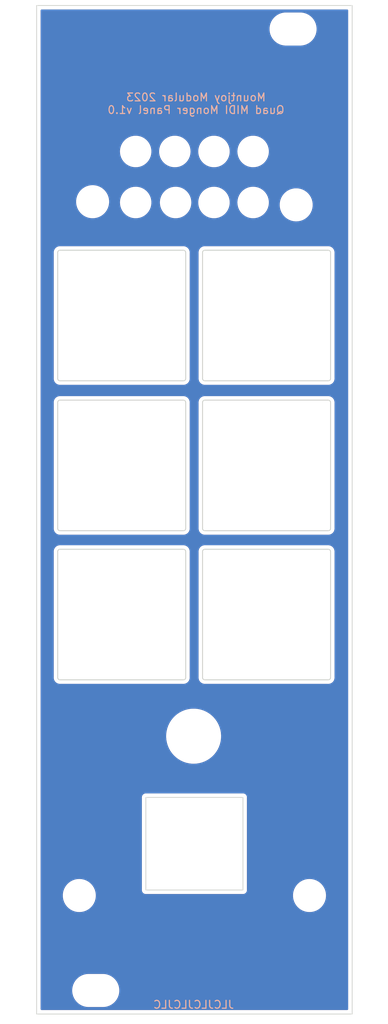
<source format=kicad_pcb>
(kicad_pcb (version 20211014) (generator pcbnew)
  (layers (0 "F.Cu" signal) (31 "B.Cu" signal) (34 "B.Paste" user) (35 "F.Paste" user) (36 "B.SilkS" user "B.Silkscreen") (37 "F.SilkS" user "F.Silkscreen") (38 "B.Mask" user) (39 "F.Mask" user) (44 "Edge.Cuts" user))
  (net 0 "")
  (footprint "Custom_Footprints:LED_Hole_3mm" (layer "F.Cu") (at 113.5 47.6)
    (fp_text reference "Ref**" hide)
    (fp_text value "Subminiature_Switch" hide)
    (pad "" np_thru_hole circle locked (at 0 0) (size 3 3) (drill 3) (layers *.Cu *.Mask))
  )
  (footprint "Custom_Footprints:LED_Hole_3mm" (layer "F.Cu") (at 118.5 47.6)
    (fp_text reference "Ref**" hide)
    (fp_text value "Subminiature_Switch" hide)
    (pad "" np_thru_hole circle locked (at 0 0) (size 3 3) (drill 3) (layers *.Cu *.Mask))
  )
  (footprint "Custom_Footprints:LED_Hole_3mm" (layer "F.Cu") (at 108.5 54.1)
    (fp_text reference "Ref**" hide)
    (fp_text value "Subminiature_Switch" hide)
    (pad "" np_thru_hole circle locked (at 0 0) (size 3 3) (drill 3) (layers *.Cu *.Mask))
  )
  (footprint "Custom_Footprints:LED_Hole_3mm" (layer "F.Cu") (at 118.5 54.1)
    (fp_text reference "Ref**" hide)
    (fp_text value "Subminiature_Switch" hide)
    (pad "" np_thru_hole circle locked (at 0 0) (size 3 3) (drill 3) (layers *.Cu *.Mask))
  )
  (footprint "Custom_Footprints:LED_Hole_3mm" (layer "F.Cu") (at 108.5 47.6)
    (fp_text reference "Ref**" hide)
    (fp_text value "Subminiature_Switch" hide)
    (pad "" np_thru_hole circle locked (at 0 0) (size 3 3) (drill 3) (layers *.Cu *.Mask))
  )
  (footprint "Custom_Footprints:LED_Hole_3mm" (layer "F.Cu") (at 123.5 47.6)
    (fp_text reference "Ref**" hide)
    (fp_text value "Subminiature_Switch" hide)
    (pad "" np_thru_hole circle locked (at 0 0) (size 3 3) (drill 3) (layers *.Cu *.Mask))
  )
  (footprint "Custom_Footprints:LED_Hole_3mm" (layer "F.Cu") (at 113.6 54.1)
    (fp_text reference "Ref**" hide)
    (fp_text value "Subminiature_Switch" hide)
    (pad "" np_thru_hole circle locked (at 0 0) (size 3 3) (drill 3) (layers *.Cu *.Mask))
  )
  (footprint "Custom_Footprints:LED_Hole_3mm" (layer "F.Cu") (at 123.5 54.1)
    (fp_text reference "Ref**" hide)
    (fp_text value "Subminiature_Switch" hide)
    (pad "" np_thru_hole circle locked (at 0 0) (size 3 3) (drill 3) (layers *.Cu *.Mask))
  )
  (footprint "Custom_Footprints:Oval_Mounting_Hole" (layer "F.Cu") (at 103.4 154.5)
    (fp_text reference "Ref**" hide)
    (fp_text value "Oval_Mounting_Hole" hide)
    (pad "" np_thru_hole oval locked (at 0 0) (size 5 3.2) (drill oval 5 3.2) (layers *.Cu *.Mask))
  )
  (footprint "Custom_Footprints:Oval_Mounting_Hole" (layer "F.Cu") (at 128.6 32)
    (fp_text reference "Ref**" hide)
    (fp_text value "Oval_Mounting_Hole" hide)
    (pad "" np_thru_hole oval locked (at 0 0) (size 5 3.2) (drill oval 5 3.2) (layers *.Cu *.Mask))
  )
  (footprint "MIDI_Monger_logos:MongerText" (layer "F.Cu") (at 115.502509 38.0641)
    (fp_text reference "G***" hide)
    (fp_text value "LOGO" hide)
  )
  (footprint "MIDI_Monger_logos:MIDIText" (layer "F.Cu") (at 106.9 34.3)
    (fp_text reference "G***" hide)
    (fp_text value "LOGO" hide)
  )
  (footprint "Custom_Footprints:RJ45_Molex_42878-8506_Mounting_Hole" (layer "F.Cu") (at 106.7 87.6)
    (fp_text reference "FM_In" hide)
    (fp_text value "RJ45_Molex_42878-8506_Mounting_Hole")
    (fp_line (start -8.16 -8.02) (end -8.16 8.02) (layer "Edge.Cuts") (width 0.12))
    (fp_line (start 7.88 8.32) (end -7.88 8.32) (layer "Edge.Cuts") (width 0.12))
    (fp_line (start 8.19 -8.02) (end 8.19 8.02) (layer "Edge.Cuts") (width 0.12))
    (fp_line (start 7.88 -8.32) (end -7.88 -8.32) (layer "Edge.Cuts") (width 0.12))
    (fp_arc (start -7.88 8.32) (mid -8.081749 8.227632) (end -8.16 8.02) (layer "Edge.Cuts") (width 0.12))
    (fp_arc (start 7.88 -8.32) (mid 8.096622 -8.233665) (end 8.19 -8.02) (layer "Edge.Cuts") (width 0.12))
    (fp_arc (start -8.16 -8.02) (mid -8.081443 -8.227347) (end -7.88 -8.32) (layer "Edge.Cuts") (width 0.12))
    (fp_arc (start 8.19 8.02) (mid 8.100917 8.238111) (end 7.88 8.32) (layer "Edge.Cuts") (width 0.12))
  )
  (footprint "Custom_Footprints:RJ45_Molex_42878-8506_Mounting_Hole" (layer "F.Cu") (at 125.2 87.6)
    (fp_text reference "FM_In" hide)
    (fp_text value "RJ45_Molex_42878-8506_Mounting_Hole")
    (fp_line (start 7.88 8.32) (end -7.88 8.32) (layer "Edge.Cuts") (width 0.12))
    (fp_line (start 7.88 -8.32) (end -7.88 -8.32) (layer "Edge.Cuts") (width 0.12))
    (fp_line (start 8.19 -8.02) (end 8.19 8.02) (layer "Edge.Cuts") (width 0.12))
    (fp_line (start -8.16 -8.02) (end -8.16 8.02) (layer "Edge.Cuts") (width 0.12))
    (fp_arc (start -8.16 -8.02) (mid -8.081443 -8.227347) (end -7.88 -8.32) (layer "Edge.Cuts") (width 0.12))
    (fp_arc (start 7.88 -8.32) (mid 8.096622 -8.233665) (end 8.19 -8.02) (layer "Edge.Cuts") (width 0.12))
    (fp_arc (start 8.19 8.02) (mid 8.100917 8.238111) (end 7.88 8.32) (layer "Edge.Cuts") (width 0.12))
    (fp_arc (start -7.88 8.32) (mid -8.081749 8.227632) (end -8.16 8.02) (layer "Edge.Cuts") (width 0.12))
  )
  (footprint "Custom_Footprints:Thonkiconn_Socket_MountingHole_6mm" (layer "F.Cu") (at 115.9 122.1 180)
    (fp_text reference "Ref**" hide)
    (fp_text value "Thonkiconn_Socket_MountingHole_6mm" hide)
    (pad "" np_thru_hole circle locked (at 0 0 180) (size 6 6) (drill 6) (layers F&B.Cu *.Mask))
  )
  (footprint "Custom_Footprints:RJ45_Molex_42878-8506_Mounting_Hole" (layer "F.Cu") (at 125.2 68.5)
    (fp_text reference "FM_In" hide)
    (fp_text value "RJ45_Molex_42878-8506_Mounting_Hole")
    (fp_line (start -8.16 -8.02) (end -8.16 8.02) (layer "Edge.Cuts") (width 0.12))
    (fp_line (start 7.88 8.32) (end -7.88 8.32) (layer "Edge.Cuts") (width 0.12))
    (fp_line (start 8.19 -8.02) (end 8.19 8.02) (layer "Edge.Cuts") (width 0.12))
    (fp_line (start 7.88 -8.32) (end -7.88 -8.32) (layer "Edge.Cuts") (width 0.12))
    (fp_arc (start 8.19 8.02) (mid 8.100917 8.238111) (end 7.88 8.32) (layer "Edge.Cuts") (width 0.12))
    (fp_arc (start 7.88 -8.32) (mid 8.096622 -8.233665) (end 8.19 -8.02) (layer "Edge.Cuts") (width 0.12))
    (fp_arc (start -7.88 8.32) (mid -8.081749 8.227632) (end -8.16 8.02) (layer "Edge.Cuts") (width 0.12))
    (fp_arc (start -8.16 -8.02) (mid -8.081443 -8.227347) (end -7.88 -8.32) (layer "Edge.Cuts") (width 0.12))
  )
  (footprint "kibuzzard-63FF48D8" (layer "F.Cu") (at 116 146.8)
    (fp_text reference "kibuzzard-63FF48D8" hide)
    (fp_text value "G***" hide)
  )
  (footprint "Custom_Footprints:USB_B_CUTOUT" (layer "F.Cu") (at 116 135.8)
    (fp_text reference "USB**" hide)
    (fp_text value "USB_B_CUTOUT" hide)
    (fp_rect (start -6.2 -5.9) (end 6.2 5.9) (layer "Edge.Cuts") (width 0.1) (fill none))
  )
  (footprint "kibuzzard-63FE2B20" (layer "F.Cu") (at 102.3 122.5)
    (fp_text reference "kibuzzard-63FE2B20" hide)
    (fp_text value "G***" hide)
  )
  (footprint "Custom_Footprints:RJ45_Molex_42878-8506_Mounting_Hole" (layer "F.Cu") (at 125.2 106.6)
    (fp_text reference "FM_In" hide)
    (fp_text value "RJ45_Molex_42878-8506_Mounting_Hole")
    (fp_line (start 7.88 -8.32) (end -7.88 -8.32) (layer "Edge.Cuts") (width 0.12))
    (fp_line (start 8.19 -8.02) (end 8.19 8.02) (layer "Edge.Cuts") (width 0.12))
    (fp_line (start -8.16 -8.02) (end -8.16 8.02) (layer "Edge.Cuts") (width 0.12))
    (fp_line (start 7.88 8.32) (end -7.88 8.32) (layer "Edge.Cuts") (width 0.12))
    (fp_arc (start -7.88 8.32) (mid -8.081749 8.227632) (end -8.16 8.02) (layer "Edge.Cuts") (width 0.12))
    (fp_arc (start 8.19 8.02) (mid 8.100917 8.238111) (end 7.88 8.32) (layer "Edge.Cuts") (width 0.12))
    (fp_arc (start 7.88 -8.32) (mid 8.096622 -8.233665) (end 8.19 -8.02) (layer "Edge.Cuts") (width 0.12))
    (fp_arc (start -8.16 -8.02) (mid -8.081443 -8.227347) (end -7.88 -8.32) (layer "Edge.Cuts") (width 0.12))
  )
  (footprint "Custom_Footprints:RJ45_Molex_42878-8506_Mounting_Hole" (layer "F.Cu") (at 106.7 68.5)
    (fp_text reference "FM_In" hide)
    (fp_text value "RJ45_Molex_42878-8506_Mounting_Hole")
    (fp_line (start 8.19 -8.02) (end 8.19 8.02) (layer "Edge.Cuts") (width 0.12))
    (fp_line (start -8.16 -8.02) (end -8.16 8.02) (layer "Edge.Cuts") (width 0.12))
    (fp_line (start 7.88 8.32) (end -7.88 8.32) (layer "Edge.Cuts") (width 0.12))
    (fp_line (start 7.88 -8.32) (end -7.88 -8.32) (layer "Edge.Cuts") (width 0.12))
    (fp_arc (start 8.19 8.02) (mid 8.100917 8.238111) (end 7.88 8.32) (layer "Edge.Cuts") (width 0.12))
    (fp_arc (start -8.16 -8.02) (mid -8.081443 -8.227347) (end -7.88 -8.32) (layer "Edge.Cuts") (width 0.12))
    (fp_arc (start 7.88 -8.32) (mid 8.096622 -8.233665) (end 8.19 -8.02) (layer "Edge.Cuts") (width 0.12))
    (fp_arc (start -7.88 8.32) (mid -8.081749 8.227632) (end -8.16 8.02) (layer "Edge.Cuts") (width 0.12))
  )
  (footprint "MountingHole:MountingHole_3.2mm_M3_ISO14580" (layer "F.Cu") (at 101.3 142.4)
    (fp_text reference "H3" hide)
    (fp_text value "MountingHole")
    (pad "" np_thru_hole circle (at 0 0) (size 3.2 3.2) (drill 3.2) (layers F&B.Cu *.Mask))
  )
  (footprint "kibuzzard-63FE2B68" (layer "F.Cu") (at 129.6 122.5)
    (fp_text reference "kibuzzard-63FE2B68" hide)
    (fp_text value "G***" hide)
  )
  (footprint "MountingHole:MountingHole_3.2mm_M3_ISO14580" (layer "F.Cu") (at 130.7 142.4)
    (fp_text reference "H3" hide)
    (fp_text value "MountingHole")
    (pad "" np_thru_hole circle (at 0 0) (size 3.2 3.2) (drill 3.2) (layers F&B.Cu *.Mask))
  )
  (footprint "Custom_Footprints:RJ45_Molex_42878-8506_Mounting_Hole" (layer "F.Cu") (at 106.7 106.6)
    (fp_text reference "FM_In" hide)
    (fp_text value "RJ45_Molex_42878-8506_Mounting_Hole")
    (fp_line (start 8.19 -8.02) (end 8.19 8.02) (layer "Edge.Cuts") (width 0.12))
    (fp_line (start -8.16 -8.02) (end -8.16 8.02) (layer "Edge.Cuts") (width 0.12))
    (fp_line (start 7.88 -8.32) (end -7.88 -8.32) (layer "Edge.Cuts") (width 0.12))
    (fp_line (start 7.88 8.32) (end -7.88 8.32) (layer "Edge.Cuts") (width 0.12))
    (fp_arc (start -8.16 -8.02) (mid -8.081443 -8.227347) (end -7.88 -8.32) (layer "Edge.Cuts") (width 0.12))
    (fp_arc (start -7.88 8.32) (mid -8.081749 8.227632) (end -8.16 8.02) (layer "Edge.Cuts") (width 0.12))
    (fp_arc (start 8.19 8.02) (mid 8.100917 8.238111) (end 7.88 8.32) (layer "Edge.Cuts") (width 0.12))
    (fp_arc (start 7.88 -8.32) (mid 8.096622 -8.233665) (end 8.19 -8.02) (layer "Edge.Cuts") (width 0.12))
  )
  (footprint "MountingHole:MountingHole_3.2mm_M3_ISO14580" (layer "F.Cu") (at 129 54.4)
    (fp_text reference "H2" hide)
    (fp_text value "MountingHole")
    (pad "" np_thru_hole circle (at 0 0) (size 3.2 3.2) (drill 3.2) (layers F&B.Cu *.Mask))
  )
  (footprint "MountingHole:MountingHole_3.2mm_M3_ISO14580" (layer "F.Cu") (at 103 54)
    (fp_text reference "H1" hide)
    (fp_text value "MountingHole")
    (pad "" np_thru_hole circle (at 0 0) (size 3.2 3.2) (drill 3.2) (layers F&B.Cu *.Mask))
  )
  (gr_rect (start 95.85 29) (end 136.15 157.5) (layer "Edge.Cuts") (width 0.1) (fill none))
  (gr_text "JLCJLCJLCJLC" (at 115.9 156.3) (layer "B.SilkS") (effects (font (size 1 1)) (justify mirror)))
  (gr_text "Mountjoy Modular 2023\nQuad MIDI Monger Panel v1.0" (at 116.2 41.5) (layer "B.SilkS") (effects (font (size 1 1)) (justify mirror)))
  (zone (net 0) (net_name "") (layers F&B.Cu) (connect_pads (clearance 0.508)) (min_thickness 0.254) (fill yes (thermal_gap 0.508) (thermal_bridge_width 0.508))
    (polygon (pts (xy 138 158.8) (xy 94.9 158.8) (xy 94.9 28.3) (xy 138 28.3)))
  )
)
</source>
